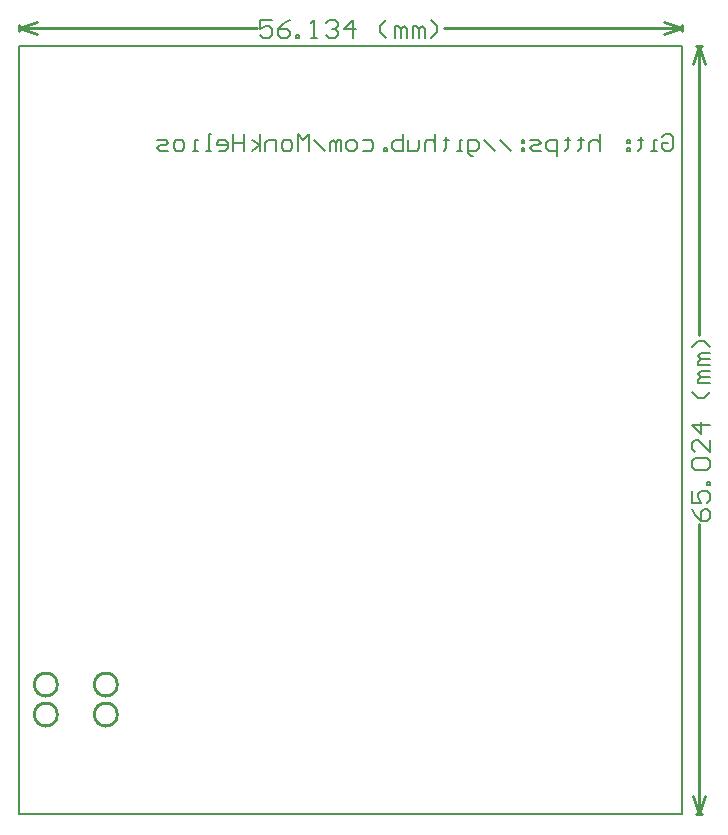
<source format=gbo>
G04 Layer_Color=32896*
%FSLAX44Y44*%
%MOMM*%
G71*
G01*
G75*
%ADD25C,0.2540*%
%ADD28C,0.1270*%
%ADD29C,0.1524*%
%ADD41C,0.2032*%
D25*
X345050Y454700D02*
G03*
X345050Y454700I-9750J0D01*
G01*
X395850D02*
G03*
X395850Y454700I-9750J0D01*
G01*
Y480100D02*
G03*
X395850Y480100I-9750J0D01*
G01*
X345050D02*
G03*
X345050Y480100I-9750J0D01*
G01*
X873760Y1033780D02*
Y1038860D01*
X312420Y1033780D02*
Y1038860D01*
X858520Y1031240D02*
X873760Y1036320D01*
X858520Y1041400D02*
X873760Y1036320D01*
X312420D02*
X327660Y1031240D01*
X312420Y1036320D02*
X327660Y1041400D01*
X672060Y1036320D02*
X873760D01*
X312420D02*
X514120D01*
X885825Y1021080D02*
X890905D01*
X885825Y370840D02*
X890905D01*
X888365Y1021080D02*
X893445Y1005840D01*
X883285D02*
X888365Y1021080D01*
Y370840D02*
X893445Y386080D01*
X883285D02*
X888365Y370840D01*
Y776199D02*
Y1021080D01*
Y370840D02*
Y615721D01*
D28*
X312420Y1021080D02*
X873760D01*
Y370840D02*
Y1021080D01*
X312420Y370840D02*
X873760D01*
X312420D02*
Y1021080D01*
D29*
X526817Y1042413D02*
X516660D01*
Y1034796D01*
X521739Y1037335D01*
X524278D01*
X526817Y1034796D01*
Y1029718D01*
X524278Y1027178D01*
X519199D01*
X516660Y1029718D01*
X542052Y1042413D02*
X536974Y1039874D01*
X531895Y1034796D01*
Y1029718D01*
X534435Y1027178D01*
X539513D01*
X542052Y1029718D01*
Y1032257D01*
X539513Y1034796D01*
X531895D01*
X547130Y1027178D02*
Y1029718D01*
X549670D01*
Y1027178D01*
X547130D01*
X559826D02*
X564905D01*
X562365D01*
Y1042413D01*
X559826Y1039874D01*
X572522D02*
X575061Y1042413D01*
X580140D01*
X582679Y1039874D01*
Y1037335D01*
X580140Y1034796D01*
X577601D01*
X580140D01*
X582679Y1032257D01*
Y1029718D01*
X580140Y1027178D01*
X575061D01*
X572522Y1029718D01*
X595375Y1027178D02*
Y1042413D01*
X587757Y1034796D01*
X597914D01*
X623306Y1027178D02*
X618227Y1032257D01*
Y1037335D01*
X623306Y1042413D01*
X630923Y1027178D02*
Y1037335D01*
X633462D01*
X636002Y1034796D01*
Y1027178D01*
Y1034796D01*
X638541Y1037335D01*
X641080Y1034796D01*
Y1027178D01*
X646158D02*
Y1037335D01*
X648698D01*
X651237Y1034796D01*
Y1027178D01*
Y1034796D01*
X653776Y1037335D01*
X656315Y1034796D01*
Y1027178D01*
X661393D02*
X666472Y1032257D01*
Y1037335D01*
X661393Y1042413D01*
X882271Y628417D02*
X884811Y623339D01*
X889889Y618261D01*
X894967D01*
X897506Y620800D01*
Y625878D01*
X894967Y628417D01*
X892428D01*
X889889Y625878D01*
Y618261D01*
X882271Y643652D02*
Y633496D01*
X889889D01*
X887350Y638574D01*
Y641113D01*
X889889Y643652D01*
X894967D01*
X897506Y641113D01*
Y636035D01*
X894967Y633496D01*
X897506Y648731D02*
X894967D01*
Y651270D01*
X897506D01*
Y648731D01*
X884811Y661427D02*
X882271Y663966D01*
Y669044D01*
X884811Y671583D01*
X894967D01*
X897506Y669044D01*
Y663966D01*
X894967Y661427D01*
X884811D01*
X897506Y686818D02*
Y676662D01*
X887350Y686818D01*
X884811D01*
X882271Y684279D01*
Y679201D01*
X884811Y676662D01*
X897506Y699514D02*
X882271D01*
X889889Y691897D01*
Y702054D01*
X897506Y727445D02*
X892428Y722367D01*
X887350D01*
X882271Y727445D01*
X897506Y735063D02*
X887350D01*
Y737602D01*
X889889Y740141D01*
X897506D01*
X889889D01*
X887350Y742680D01*
X889889Y745220D01*
X897506D01*
Y750298D02*
X887350D01*
Y752837D01*
X889889Y755376D01*
X897506D01*
X889889D01*
X887350Y757915D01*
X889889Y760455D01*
X897506D01*
Y765533D02*
X892428Y770611D01*
X887350D01*
X882271Y765533D01*
D41*
X857089Y943551D02*
X859374Y945837D01*
X863945D01*
X866230Y943551D01*
Y934410D01*
X863945Y932125D01*
X859374D01*
X857089Y934410D01*
Y938981D01*
X861659D01*
X852518Y932125D02*
X847948D01*
X850233D01*
Y941266D01*
X852518D01*
X838807Y943551D02*
Y941266D01*
X841092D01*
X836522D01*
X838807D01*
Y934410D01*
X836522Y932125D01*
X829666Y941266D02*
X827381D01*
Y938981D01*
X829666D01*
Y941266D01*
Y934410D02*
X827381D01*
Y932125D01*
X829666D01*
Y934410D01*
X804528Y945837D02*
Y932125D01*
Y938981D01*
X802243Y941266D01*
X797672D01*
X795387Y938981D01*
Y932125D01*
X788531Y943551D02*
Y941266D01*
X790816D01*
X786246D01*
X788531D01*
Y934410D01*
X786246Y932125D01*
X777105Y943551D02*
Y941266D01*
X779390D01*
X774819D01*
X777105D01*
Y934410D01*
X774819Y932125D01*
X767964Y927554D02*
Y941266D01*
X761108D01*
X758823Y938981D01*
Y934410D01*
X761108Y932125D01*
X767964D01*
X754252D02*
X747396D01*
X745111Y934410D01*
X747396Y936695D01*
X751967D01*
X754252Y938981D01*
X751967Y941266D01*
X745111D01*
X740541D02*
X738255D01*
Y938981D01*
X740541D01*
Y941266D01*
Y934410D02*
X738255D01*
Y932125D01*
X740541D01*
Y934410D01*
X729114Y932125D02*
X719973Y941266D01*
X715403Y932125D02*
X706262Y941266D01*
X697121Y927554D02*
X694835D01*
X692550Y929840D01*
Y941266D01*
X699406D01*
X701691Y938981D01*
Y934410D01*
X699406Y932125D01*
X692550D01*
X687980D02*
X683409D01*
X685694D01*
Y941266D01*
X687980D01*
X674268Y943551D02*
Y941266D01*
X676553D01*
X671983D01*
X674268D01*
Y934410D01*
X671983Y932125D01*
X665127Y945837D02*
Y932125D01*
Y938981D01*
X662842Y941266D01*
X658271D01*
X655986Y938981D01*
Y932125D01*
X651415Y941266D02*
Y934410D01*
X649130Y932125D01*
X642274D01*
Y941266D01*
X637704Y945837D02*
Y932125D01*
X630848D01*
X628563Y934410D01*
Y936695D01*
Y938981D01*
X630848Y941266D01*
X637704D01*
X623992Y932125D02*
Y934410D01*
X621707D01*
Y932125D01*
X623992D01*
X603425Y941266D02*
X610281D01*
X612566Y938981D01*
Y934410D01*
X610281Y932125D01*
X603425D01*
X596569D02*
X591999D01*
X589713Y934410D01*
Y938981D01*
X591999Y941266D01*
X596569D01*
X598854Y938981D01*
Y934410D01*
X596569Y932125D01*
X585143D02*
Y941266D01*
X582858D01*
X580572Y938981D01*
Y932125D01*
Y938981D01*
X578287Y941266D01*
X576002Y938981D01*
Y932125D01*
X571431D02*
X562290Y941266D01*
X557720Y932125D02*
Y945837D01*
X553149Y941266D01*
X548579Y945837D01*
Y932125D01*
X541723D02*
X537152D01*
X534867Y934410D01*
Y938981D01*
X537152Y941266D01*
X541723D01*
X544008Y938981D01*
Y934410D01*
X541723Y932125D01*
X530297D02*
Y941266D01*
X523441D01*
X521156Y938981D01*
Y932125D01*
X516585D02*
Y945837D01*
Y936695D02*
X509729Y941266D01*
X516585Y936695D02*
X509729Y932125D01*
X502874Y945837D02*
Y932125D01*
Y938981D01*
X493732D01*
Y945837D01*
Y932125D01*
X482306D02*
X486877D01*
X489162Y934410D01*
Y938981D01*
X486877Y941266D01*
X482306D01*
X480021Y938981D01*
Y936695D01*
X489162D01*
X475451Y932125D02*
X470880D01*
X473165D01*
Y945837D01*
X475451D01*
X464024Y932125D02*
X459454D01*
X461739D01*
Y941266D01*
X464024D01*
X450313Y932125D02*
X445742D01*
X443457Y934410D01*
Y938981D01*
X445742Y941266D01*
X450313D01*
X452598Y938981D01*
Y934410D01*
X450313Y932125D01*
X438886D02*
X432030D01*
X429745Y934410D01*
X432030Y936695D01*
X436601D01*
X438886Y938981D01*
X436601Y941266D01*
X429745D01*
M02*

</source>
